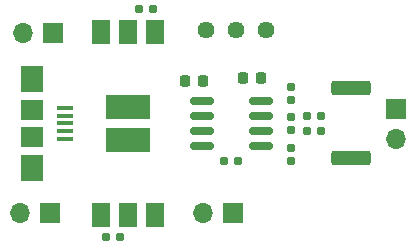
<source format=gbr>
%TF.GenerationSoftware,KiCad,Pcbnew,(6.0.0)*%
%TF.CreationDate,2022-12-15T22:30:45+01:00*%
%TF.ProjectId,current_measurement,63757272-656e-4745-9f6d-656173757265,2.0*%
%TF.SameCoordinates,Original*%
%TF.FileFunction,Soldermask,Top*%
%TF.FilePolarity,Negative*%
%FSLAX46Y46*%
G04 Gerber Fmt 4.6, Leading zero omitted, Abs format (unit mm)*
G04 Created by KiCad (PCBNEW (6.0.0)) date 2022-12-15 22:30:45*
%MOMM*%
%LPD*%
G01*
G04 APERTURE LIST*
G04 Aperture macros list*
%AMRoundRect*
0 Rectangle with rounded corners*
0 $1 Rounding radius*
0 $2 $3 $4 $5 $6 $7 $8 $9 X,Y pos of 4 corners*
0 Add a 4 corners polygon primitive as box body*
4,1,4,$2,$3,$4,$5,$6,$7,$8,$9,$2,$3,0*
0 Add four circle primitives for the rounded corners*
1,1,$1+$1,$2,$3*
1,1,$1+$1,$4,$5*
1,1,$1+$1,$6,$7*
1,1,$1+$1,$8,$9*
0 Add four rect primitives between the rounded corners*
20,1,$1+$1,$2,$3,$4,$5,0*
20,1,$1+$1,$4,$5,$6,$7,0*
20,1,$1+$1,$6,$7,$8,$9,0*
20,1,$1+$1,$8,$9,$2,$3,0*%
G04 Aperture macros list end*
%ADD10RoundRect,0.150000X0.825000X0.150000X-0.825000X0.150000X-0.825000X-0.150000X0.825000X-0.150000X0*%
%ADD11R,3.800000X2.000000*%
%ADD12R,1.500000X2.000000*%
%ADD13RoundRect,0.155000X0.212500X0.155000X-0.212500X0.155000X-0.212500X-0.155000X0.212500X-0.155000X0*%
%ADD14RoundRect,0.155000X-0.212500X-0.155000X0.212500X-0.155000X0.212500X0.155000X-0.212500X0.155000X0*%
%ADD15C,1.440000*%
%ADD16RoundRect,0.160000X0.197500X0.160000X-0.197500X0.160000X-0.197500X-0.160000X0.197500X-0.160000X0*%
%ADD17RoundRect,0.160000X-0.197500X-0.160000X0.197500X-0.160000X0.197500X0.160000X-0.197500X0.160000X0*%
%ADD18RoundRect,0.250000X1.425000X-0.362500X1.425000X0.362500X-1.425000X0.362500X-1.425000X-0.362500X0*%
%ADD19R,1.700000X1.700000*%
%ADD20O,1.700000X1.700000*%
%ADD21R,1.900000X1.800000*%
%ADD22R,1.900000X2.300000*%
%ADD23R,1.400000X0.400000*%
%ADD24RoundRect,0.225000X-0.225000X-0.250000X0.225000X-0.250000X0.225000X0.250000X-0.225000X0.250000X0*%
%ADD25RoundRect,0.225000X0.225000X0.250000X-0.225000X0.250000X-0.225000X-0.250000X0.225000X-0.250000X0*%
%ADD26RoundRect,0.155000X0.155000X-0.212500X0.155000X0.212500X-0.155000X0.212500X-0.155000X-0.212500X0*%
G04 APERTURE END LIST*
D10*
%TO.C,U3*%
X116140000Y-73025000D03*
X116140000Y-71755000D03*
X116140000Y-70485000D03*
X116140000Y-69215000D03*
X111190000Y-69215000D03*
X111190000Y-70485000D03*
X111190000Y-71755000D03*
X111190000Y-73025000D03*
%TD*%
D11*
%TO.C,U6*%
X104902000Y-72542000D03*
D12*
X104902000Y-78842000D03*
X107202000Y-78842000D03*
X102602000Y-78842000D03*
%TD*%
%TO.C,U5*%
X107202000Y-63398000D03*
X102602000Y-63398000D03*
X104902000Y-63398000D03*
D11*
X104902000Y-69698000D03*
%TD*%
D13*
%TO.C,C11*%
X104199500Y-80772000D03*
X103064500Y-80772000D03*
%TD*%
D14*
%TO.C,C10*%
X105858500Y-61468000D03*
X106993500Y-61468000D03*
%TD*%
D15*
%TO.C,RV1*%
X111506000Y-63246000D03*
X114046000Y-63246000D03*
X116586000Y-63246000D03*
%TD*%
D16*
%TO.C,R7*%
X114262500Y-74295000D03*
X113067500Y-74295000D03*
%TD*%
D17*
%TO.C,R6*%
X120052500Y-70485000D03*
X121247500Y-70485000D03*
%TD*%
%TO.C,R5*%
X120052500Y-71755000D03*
X121247500Y-71755000D03*
%TD*%
D18*
%TO.C,R4*%
X123825000Y-74082500D03*
X123825000Y-68157500D03*
%TD*%
D19*
%TO.C,J5*%
X98303000Y-78740000D03*
D20*
X95763000Y-78740000D03*
%TD*%
D21*
%TO.C,J4*%
X96744000Y-72270000D03*
X96744000Y-69970000D03*
D22*
X96744000Y-74870000D03*
X96744000Y-67370000D03*
D23*
X99594000Y-72420000D03*
X99594000Y-71770000D03*
X99594000Y-71120000D03*
X99594000Y-70470000D03*
X99594000Y-69820000D03*
%TD*%
D19*
%TO.C,J3*%
X113797000Y-78740000D03*
D20*
X111257000Y-78740000D03*
%TD*%
D19*
%TO.C,J2*%
X127610000Y-69870000D03*
D20*
X127610000Y-72410000D03*
%TD*%
%TO.C,J1*%
X96017000Y-63500000D03*
D19*
X98557000Y-63500000D03*
%TD*%
D24*
%TO.C,C9*%
X109715000Y-67564000D03*
X111265000Y-67564000D03*
%TD*%
D25*
%TO.C,C8*%
X116205000Y-67310000D03*
X114655000Y-67310000D03*
%TD*%
D26*
%TO.C,C7*%
X118745000Y-71687500D03*
X118745000Y-70552500D03*
%TD*%
%TO.C,C6*%
X118745000Y-69147500D03*
X118745000Y-68012500D03*
%TD*%
%TO.C,C5*%
X118745000Y-74295000D03*
X118745000Y-73160000D03*
%TD*%
M02*

</source>
